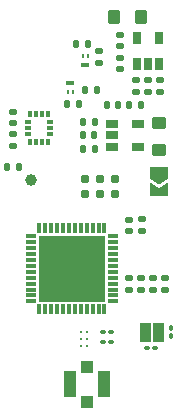
<source format=gbr>
%TF.GenerationSoftware,KiCad,Pcbnew,(6.0.11-0)*%
%TF.CreationDate,2023-03-16T18:41:31-05:00*%
%TF.ProjectId,STEP,53544550-2e6b-4696-9361-645f70636258,rev?*%
%TF.SameCoordinates,Original*%
%TF.FileFunction,Soldermask,Top*%
%TF.FilePolarity,Negative*%
%FSLAX46Y46*%
G04 Gerber Fmt 4.6, Leading zero omitted, Abs format (unit mm)*
G04 Created by KiCad (PCBNEW (6.0.11-0)) date 2023-03-16 18:41:31*
%MOMM*%
%LPD*%
G01*
G04 APERTURE LIST*
G04 Aperture macros list*
%AMRoundRect*
0 Rectangle with rounded corners*
0 $1 Rounding radius*
0 $2 $3 $4 $5 $6 $7 $8 $9 X,Y pos of 4 corners*
0 Add a 4 corners polygon primitive as box body*
4,1,4,$2,$3,$4,$5,$6,$7,$8,$9,$2,$3,0*
0 Add four circle primitives for the rounded corners*
1,1,$1+$1,$2,$3*
1,1,$1+$1,$4,$5*
1,1,$1+$1,$6,$7*
1,1,$1+$1,$8,$9*
0 Add four rect primitives between the rounded corners*
20,1,$1+$1,$2,$3,$4,$5,0*
20,1,$1+$1,$4,$5,$6,$7,0*
20,1,$1+$1,$6,$7,$8,$9,0*
20,1,$1+$1,$8,$9,$2,$3,0*%
%AMFreePoly0*
4,1,6,1.000000,0.000000,0.500000,-0.750000,-0.500000,-0.750000,-0.500000,0.750000,0.500000,0.750000,1.000000,0.000000,1.000000,0.000000,$1*%
%AMFreePoly1*
4,1,6,0.500000,-0.750000,-0.650000,-0.750000,-0.150000,0.000000,-0.650000,0.750000,0.500000,0.750000,0.500000,-0.750000,0.500000,-0.750000,$1*%
G04 Aperture macros list end*
%ADD10C,0.010000*%
%ADD11RoundRect,0.135000X0.185000X-0.135000X0.185000X0.135000X-0.185000X0.135000X-0.185000X-0.135000X0*%
%ADD12C,0.787000*%
%ADD13R,1.050000X2.200000*%
%ADD14R,1.000000X1.000000*%
%ADD15R,0.576580X0.351536*%
%ADD16R,0.351536X0.576580*%
%ADD17R,0.203200X0.203200*%
%ADD18R,0.650000X1.060000*%
%ADD19R,5.600000X5.600000*%
%ADD20RoundRect,0.008100X-0.421900X-0.126900X0.421900X-0.126900X0.421900X0.126900X-0.421900X0.126900X0*%
%ADD21RoundRect,0.008100X0.126900X-0.421900X0.126900X0.421900X-0.126900X0.421900X-0.126900X-0.421900X0*%
%ADD22R,1.060000X0.650000*%
%ADD23C,1.000000*%
%ADD24RoundRect,0.135000X0.135000X0.185000X-0.135000X0.185000X-0.135000X-0.185000X0.135000X-0.185000X0*%
%ADD25RoundRect,0.135000X-0.135000X-0.185000X0.135000X-0.185000X0.135000X0.185000X-0.135000X0.185000X0*%
%ADD26RoundRect,0.135000X-0.185000X0.135000X-0.185000X-0.135000X0.185000X-0.135000X0.185000X0.135000X0*%
%ADD27FreePoly0,270.000000*%
%ADD28FreePoly1,270.000000*%
%ADD29RoundRect,0.050000X0.075000X-0.150000X0.075000X0.150000X-0.075000X0.150000X-0.075000X-0.150000X0*%
%ADD30RoundRect,0.050000X0.300000X-0.150000X0.300000X0.150000X-0.300000X0.150000X-0.300000X-0.150000X0*%
%ADD31RoundRect,0.050000X-0.075000X0.150000X-0.075000X-0.150000X0.075000X-0.150000X0.075000X0.150000X0*%
%ADD32RoundRect,0.050000X-0.300000X0.150000X-0.300000X-0.150000X0.300000X-0.150000X0.300000X0.150000X0*%
%ADD33RoundRect,0.250000X0.275000X0.350000X-0.275000X0.350000X-0.275000X-0.350000X0.275000X-0.350000X0*%
%ADD34RoundRect,0.250000X-0.350000X0.275000X-0.350000X-0.275000X0.350000X-0.275000X0.350000X0.275000X0*%
%ADD35RoundRect,0.147500X0.172500X-0.147500X0.172500X0.147500X-0.172500X0.147500X-0.172500X-0.147500X0*%
%ADD36RoundRect,0.140000X-0.140000X-0.170000X0.140000X-0.170000X0.140000X0.170000X-0.140000X0.170000X0*%
%ADD37RoundRect,0.140000X0.170000X-0.140000X0.170000X0.140000X-0.170000X0.140000X-0.170000X-0.140000X0*%
%ADD38RoundRect,0.140000X-0.170000X0.140000X-0.170000X-0.140000X0.170000X-0.140000X0.170000X0.140000X0*%
%ADD39RoundRect,0.100000X0.130000X0.100000X-0.130000X0.100000X-0.130000X-0.100000X0.130000X-0.100000X0*%
%ADD40RoundRect,0.100000X-0.130000X-0.100000X0.130000X-0.100000X0.130000X0.100000X-0.130000X0.100000X0*%
%ADD41RoundRect,0.100000X-0.100000X0.130000X-0.100000X-0.130000X0.100000X-0.130000X0.100000X0.130000X0*%
%ADD42RoundRect,0.140000X0.140000X0.170000X-0.140000X0.170000X-0.140000X-0.170000X0.140000X-0.170000X0*%
G04 APERTURE END LIST*
%TO.C,Y1*%
G36*
X104583197Y-123559000D02*
G01*
X103732000Y-123559000D01*
X103732000Y-122809000D01*
X104583197Y-122809000D01*
X104583197Y-123559000D01*
G37*
D10*
X104583197Y-123559000D02*
X103732000Y-123559000D01*
X103732000Y-122809000D01*
X104583197Y-122809000D01*
X104583197Y-123559000D01*
G36*
X104583813Y-122809000D02*
G01*
X103732000Y-122809000D01*
X103732000Y-122057569D01*
X104583813Y-122057569D01*
X104583813Y-122809000D01*
G37*
X104583813Y-122809000D02*
X103732000Y-122809000D01*
X103732000Y-122057569D01*
X104583813Y-122057569D01*
X104583813Y-122809000D01*
G36*
X103531900Y-122809000D02*
G01*
X102682000Y-122809000D01*
X102682000Y-122058250D01*
X103531900Y-122058250D01*
X103531900Y-122809000D01*
G37*
X103531900Y-122809000D02*
X102682000Y-122809000D01*
X102682000Y-122058250D01*
X103531900Y-122058250D01*
X103531900Y-122809000D01*
G36*
X103531873Y-123559000D02*
G01*
X102682000Y-123559000D01*
X102682000Y-122809000D01*
X103531873Y-122809000D01*
X103531873Y-123559000D01*
G37*
X103531873Y-123559000D02*
X102682000Y-123559000D01*
X102682000Y-122809000D01*
X103531873Y-122809000D01*
X103531873Y-123559000D01*
%TD*%
D11*
%TO.C,R5*%
X102870000Y-114302000D03*
X102870000Y-113282000D03*
%TD*%
D12*
%TO.C,J2*%
X100584000Y-109855000D03*
X100584000Y-111125000D03*
X99314000Y-109855000D03*
X99314000Y-111125000D03*
X98044000Y-109855000D03*
X98044000Y-111125000D03*
%TD*%
D13*
%TO.C,U5*%
X99646000Y-127254000D03*
D14*
X98171000Y-128754000D03*
D13*
X96696000Y-127254000D03*
D14*
X98171000Y-125754000D03*
%TD*%
D15*
%TO.C,U1*%
X95063300Y-105037001D03*
X95063300Y-105537000D03*
X95063300Y-106036999D03*
D16*
X94857001Y-106747300D03*
X94357000Y-106747300D03*
X93857000Y-106747300D03*
X93356999Y-106747300D03*
D15*
X93150700Y-106036999D03*
X93150700Y-105537000D03*
X93150700Y-105037001D03*
D16*
X93356999Y-104326700D03*
X93857000Y-104326700D03*
X94357000Y-104326700D03*
X94857001Y-104326700D03*
%TD*%
D17*
%TO.C,AE1*%
X98171000Y-124030999D03*
X98171000Y-123444000D03*
X98171000Y-122857001D03*
X97663000Y-122857001D03*
X97663000Y-123444000D03*
X97663000Y-124030999D03*
%TD*%
D18*
%TO.C,U7*%
X102400000Y-100160000D03*
X103350000Y-100160000D03*
X104300000Y-100160000D03*
X104300000Y-97960000D03*
X102400000Y-97960000D03*
%TD*%
D19*
%TO.C,U4*%
X96901000Y-117475000D03*
D20*
X100336000Y-114725000D03*
X100336000Y-115225000D03*
X100336000Y-115725000D03*
X100336000Y-116225000D03*
X100336000Y-116725000D03*
X100336000Y-117225000D03*
X100336000Y-117725000D03*
X100336000Y-118225000D03*
X100336000Y-118725000D03*
X100336000Y-119225000D03*
X100336000Y-119725000D03*
X100336000Y-120225000D03*
X93466000Y-120225000D03*
X93466000Y-119725000D03*
X93466000Y-119225000D03*
X93466000Y-118725000D03*
X93466000Y-118225000D03*
X93466000Y-117725000D03*
X93466000Y-117225000D03*
X93466000Y-116725000D03*
X93466000Y-116225000D03*
X93466000Y-115725000D03*
X93466000Y-115225000D03*
X93466000Y-114725000D03*
D21*
X94151000Y-114040000D03*
X94651000Y-114040000D03*
X95151000Y-114040000D03*
X95651000Y-114040000D03*
X96151000Y-114040000D03*
X96651000Y-114040000D03*
X97151000Y-114040000D03*
X97651000Y-114040000D03*
X98151000Y-114040000D03*
X98651000Y-114040000D03*
X99151000Y-114040000D03*
X99651000Y-114040000D03*
X99651000Y-120910000D03*
X99151000Y-120910000D03*
X98651000Y-120910000D03*
X98151000Y-120910000D03*
X97651000Y-120910000D03*
X97151000Y-120910000D03*
X96651000Y-120910000D03*
X96151000Y-120910000D03*
X95651000Y-120910000D03*
X95151000Y-120910000D03*
X94651000Y-120910000D03*
X94151000Y-120910000D03*
%TD*%
D22*
%TO.C,U3*%
X100255000Y-105222000D03*
X100255000Y-106172000D03*
X100255000Y-107122000D03*
X102455000Y-107122000D03*
X102455000Y-105222000D03*
%TD*%
D23*
%TO.C,TP3*%
X93472000Y-109982000D03*
%TD*%
D24*
%TO.C,R16*%
X98817000Y-107315000D03*
X97797000Y-107315000D03*
%TD*%
D25*
%TO.C,R15*%
X97797000Y-105029000D03*
X98817000Y-105029000D03*
%TD*%
D26*
%TO.C,R14*%
X104366000Y-101471000D03*
X104366000Y-102491000D03*
%TD*%
D11*
%TO.C,R13*%
X102334000Y-102493000D03*
X102334000Y-101473000D03*
%TD*%
D24*
%TO.C,R12*%
X97538000Y-103505000D03*
X96518000Y-103505000D03*
%TD*%
D25*
%TO.C,R11*%
X97278000Y-98425000D03*
X98298000Y-98425000D03*
%TD*%
%TO.C,R10*%
X91438000Y-108839000D03*
X92458000Y-108839000D03*
%TD*%
%TO.C,R9*%
X98040000Y-102362000D03*
X99060000Y-102362000D03*
%TD*%
D11*
%TO.C,R7*%
X99183000Y-100080000D03*
X99183000Y-99060000D03*
%TD*%
D27*
%TO.C,R6*%
X104267000Y-109384000D03*
D28*
X104267000Y-110834000D03*
%TD*%
D29*
%TO.C,Q3*%
X96549000Y-102458000D03*
X96999000Y-102458000D03*
D30*
X96774000Y-101758000D03*
%TD*%
D31*
%TO.C,Q2*%
X98267000Y-99472000D03*
X97817000Y-99472000D03*
D32*
X98042000Y-100172000D03*
%TD*%
D33*
%TO.C,L2*%
X100422000Y-96139000D03*
X102722000Y-96139000D03*
%TD*%
D34*
%TO.C,L1*%
X104276000Y-105149000D03*
X104276000Y-107449000D03*
%TD*%
D35*
%TO.C,D1*%
X101727000Y-114277000D03*
X101727000Y-113307000D03*
%TD*%
D36*
%TO.C,C20*%
X97827000Y-106172000D03*
X98787000Y-106172000D03*
%TD*%
D37*
%TO.C,C19*%
X103350000Y-102461000D03*
X103350000Y-101501000D03*
%TD*%
D38*
%TO.C,C18*%
X100937000Y-98623000D03*
X100937000Y-97663000D03*
%TD*%
D37*
%TO.C,C15*%
X100937000Y-100556000D03*
X100937000Y-99596000D03*
%TD*%
D38*
%TO.C,C14*%
X101727000Y-118265000D03*
X101727000Y-119225000D03*
%TD*%
D39*
%TO.C,C13*%
X100178000Y-122809000D03*
X99538000Y-122809000D03*
%TD*%
D38*
%TO.C,C12*%
X102743000Y-118265000D03*
X102743000Y-119225000D03*
%TD*%
D39*
%TO.C,C11*%
X100178000Y-123698000D03*
X99538000Y-123698000D03*
%TD*%
D38*
%TO.C,C10*%
X103759000Y-118265000D03*
X103759000Y-119225000D03*
%TD*%
%TO.C,C9*%
X104775000Y-118265000D03*
X104775000Y-119225000D03*
%TD*%
D40*
%TO.C,C8*%
X103928927Y-124205999D03*
X103288927Y-124205999D03*
%TD*%
D41*
%TO.C,C6*%
X105259926Y-123129000D03*
X105259926Y-122489000D03*
%TD*%
D42*
%TO.C,C5*%
X102724000Y-103632000D03*
X101764000Y-103632000D03*
%TD*%
D37*
%TO.C,C4*%
X91948000Y-107033000D03*
X91948000Y-106073000D03*
%TD*%
D38*
%TO.C,C3*%
X91948000Y-104168000D03*
X91948000Y-105128000D03*
%TD*%
D36*
%TO.C,C1*%
X99859000Y-103632000D03*
X100819000Y-103632000D03*
%TD*%
M02*

</source>
